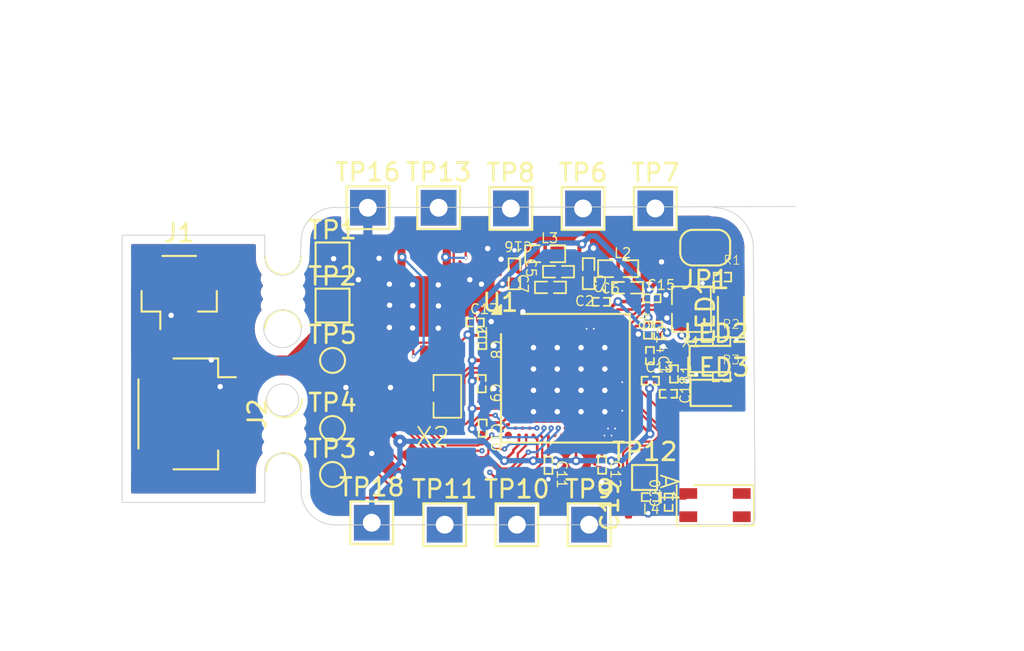
<source format=kicad_pcb>
(kicad_pcb (version 20240108) (generator "pcbnew") (generator_version "8.0")
  (layers (0 "F.Cu" signal) (1 "In1.Cu" signal) (2 "In2.Cu" signal) (31 "B.Cu" signal) (34 "B.Paste" user) (35 "F.Paste" user) (36 "B.SilkS" user "B.Silkscreen") (37 "F.SilkS" user "F.Silkscreen") (38 "B.Mask" user) (39 "F.Mask" user) (44 "Edge.Cuts" user))
  (property "ADDRESS1" "")
  (property "ADDRESS2" "")
  (property "ADDRESS3" "")
  (property "ADDRESS4" "")
  (property "APPLICATION_BUILDNUMBER" "")
  (property "APPROVEDBY" "")
  (property "AUTHOR" "=Designer")
  (property "CHECKEDBY" "")
  (property "CURRENTDATE" "")
  (property "CURRENTTIME" "")
  (property "DOCUMENTFULLPATHANDNAME" "")
  (property "DOCUMENTNAME" "")
  (property "DOCUMENTNUMBER" "")
  (property "DOCUMENTSIZE" "A4")
  (property "DRAWNBY" "=Designer")
  (property "ENGINEER" "")
  (property "IMAGEPATH" "")
  (property "MODIFIEDDATE" "")
  (property "ORGANIZATION" "Nordic Semiconductor")
  (property "PROJECTNAME" "=ProjectName")
  (property "SHEETTOTAL" "1")
  (property "TIME" "")
  (net 0 "")
  (net 12 "GND")
  (net 13 "Net-(U1-ANT)")
  (net 14 "unconnected-(U1-P1.04-PadAL19)")
  (net 16 "Net-(U1-P0.31)")
  (net 17 "Net-(U1-DECR)")
  (net 19 "unconnected-(U1-MOSI{slash}TRACEDATA2{slash}P0.09-PadAJ1)")
  (net 22 "Net-(U1-IO0{slash}P0.13)")
  (net 23 "Net-(U1-DECN)")
  (net 25 "unconnected-(U1-NFC1{slash}P0.02-PadW1)")
  (net 26 "Net-(U1-DCCD)")
  (net 28 "VDD_nRF")
  (net 30 "Net-(U1-DCC)")
  (net 35 "Net-(U1-IO1{slash}P0.14)")
  (net 40 "Net-(U1-AIN6{slash}P0.27)")
  (net 43 "Net-(U1-XL1{slash}P0.00)")
  (net 44 "Net-(U1-AIN5{slash}P0.26)")
  (net 49 "unconnected-(U1-AIN4{slash}P0.25-PadAK28)")
  (net 51 "unconnected-(U1-NFC2{slash}P0.03-PadAA1)")
  (net 54 "Net-(U1-DECD)")
  (net 56 "Net-(U1-CSN{slash}P0.18)")
  (net 57 "Net-(U1-IO3{slash}P0.16)")
  (net 58 "Net-(U1-DECA)")
  (net 61 "/SWDCLK")
  (net 62 "Net-(U1-SCK{slash}P0.17)")
  (net 63 "Net-(U1-P0.24)")
  (net 64 "Net-(U1-IO2{slash}P0.15)")
  (net 68 "/XC2")
  (net 69 "unconnected-(U1-TWI{slash}P1.02-PadAE1)")
  (net 71 "/~{RESET}")
  (net 72 "/XC1")
  (net 73 "/SWDIO")
  (net 74 "Net-(U1-XL2{slash}P0.01)")
  (net 76 "Net-(C18-Pad2)")
  (net 77 "Net-(A1-Pad1)")
  (net 78 "Net-(LED1-A)")
  (net 79 "Net-(JP1-A)")
  (net 80 "Net-(LED2-A)")
  (net 81 "Net-(LED3-A)")
  (net 82 "unconnected-(X1-GND-Pad2)")
  (net 83 "unconnected-(X1-GND-Pad4)")
  (net 84 "/P0.28{slash}AIN7")
  (net 85 "/P0.29")
  (net 86 "/P0.30")
  (footprint "Nordic_Semiconductor:CAPC0603X03L_C" (layer "F.Cu") (at 90.85 50.6 -90)
    (property "Reference" "C1")
    (property "Value" "0.7pF" (hide yes))
  )
  (footprint "TestPoint:TestPoint_THTPad_2.0x2.0mm_Drill1.0mm" (layer "F.Cu") (at 91.15 42.55)
    (property "Reference" "TP7")
    (property "Value" "TestPoint_Alt")
  )
  (footprint "Nordic_Semiconductor:INDC0603X03L_C" (layer "F.Cu") (at 93.375 51.8 90)
    (property "Reference" "L1")
    (property "Value" "2.2nH")
  )
  (footprint "TestPoint:TestPoint_Pad_1.5x1.5mm" (layer "F.Cu") (at 73.05 45.41)
    (property "Reference" "TP1")
    (property "Value" "TestPoint_Alt")
  )
  (footprint "Nordic_Semiconductor:CAPC0603X03L_C" (layer "F.Cu") (at 81.42 52.16999 -90)
    (property "Reference" "C9")
    (property "Value" "100nF" (hide yes))
  )
  (footprint "Connector_JST:JST_SH_SM04B-SRSS-TB_1x04-1MP_P1.00mm_Horizontal" (layer "F.Cu") (at 64.85 54.08 -90)
    (property "Reference" "J2")
    (property "Value" "Conn_01x04")
  )
  (footprint "Nordic_Semiconductor:INDC0603X03L_C" (layer "F.Cu") (at 90.91999 59.925)
    (property "Reference" "L4")
    (property "Value" "3.3nH")
  )
  (footprint "Nordic_Semiconductor:XTAL_2012" (layer "F.Cu") (at 78.665 55.845)
    (property "Reference" "X2")
    (property "Value" "32.768kHz")
  )
  (footprint "Nordic_Semiconductor:CAPC0603X03L_C" (layer "F.Cu") (at 80.8375 48.95)
    (property "Reference" "C17")
    (property "Value" "100nF" (hide yes))
  )
  (footprint "TestPoint:TestPoint_Pad_D1.0mm" (layer "F.Cu") (at 73.05 51.08)
    (property "Reference" "TP5")
    (property "Value" "TestPoint")
  )
  (footprint "TestPoint:TestPoint_THTPad_2.0x2.0mm_Drill1.0mm" (layer "F.Cu") (at 83.05 42.55)
    (property "Reference" "TP8")
    (property "Value" "TestPoint_Alt")
  )
  (footprint "Nordic_Semiconductor:RESC0603X03L_C" (layer "F.Cu") (at 94.80501 50.15)
    (property "Reference" "R2")
    (property "Value" "220R")
  )
  (footprint "Nordic_Semiconductor:CAPC0603X03L_C" (layer "F.Cu") (at 91.9 59.25 90)
    (property "Reference" "C20")
    (property "Value" "0.5pF" (hide yes))
  )
  (footprint "Nordic_Semiconductor:RESC0603X03L_C" (layer "F.Cu") (at 94.85501 46.55)
    (property "Reference" "R1")
    (property "Value" "220R")
  )
  (footprint "Nordic_Semiconductor:CAPC1005X04L" (layer "F.Cu") (at 87.185 48.25)
    (property "Reference" "C2")
    (property "Value" "1.0µF")
  )
  (footprint "LED_SMD:LED_0603_1608Metric" (layer "F.Cu") (at 95.4 48.3125 90)
    (property "Reference" "LED1")
    (property "Value" "L0603G")
  )
  (footprint "Nordic_Semiconductor:SON127P600X80_HS-9N" (layer "F.Cu") (at 81.9275 49.674995 90)
    (property "Reference" "U2")
    (property "Value" "MX25R6435F")
  )
  (footprint "TestPoint:TestPoint_Pad_D1.0mm" (layer "F.Cu") (at 73.05 57.48)
    (property "Reference" "TP3")
    (property "Value" "TestPoint")
  )
  (footprint "Connector_JST:JST_SH_BM02B-SRSS-TB_1x02-1MP_P1.00mm_Vertical" (layer "F.Cu") (at 64.45 47.225)
    (property "Reference" "J1")
    (property "Value" "Conn_01x02")
  )
  (footprint "LED_SMD:LED_0603_1608Metric" (layer "F.Cu") (at 94.5625 51)
    (property "Reference" "LED2")
    (property "Value" "L0603G")
  )
  (footprint "Nordic_Semiconductor:CAPC0603X03L_C" (layer "F.Cu") (at 90.66 52.22)
    (property "Reference" "C13")
    (property "Value" "100nF" (hide yes))
  )
  (footprint "Mouse_Bite:mouse-bite-2mm-slot" (layer "F.Cu") (at 70.33 55.27 90)
    (property "Reference" "mouse-bite-2mm-slot" (hide yes))
    (property "Value" "VAL**" (hide yes))
  )
  (footprint "Nordic_Semiconductor:CAPC0603X03L_C" (layer "F.Cu") (at 87.91 47.79)
    (property "Reference" "C6")
    (property "Value" "100nF" (hide yes))
  )
  (footprint "Nordic_Semiconductor:CAPC0603X03L_C" (layer "F.Cu") (at 88.17 56.74 -90)
    (property "Reference" "C12")
    (property "Value" "100nF" (hide yes))
  )
  (footprint "TestPoint:TestPoint_THTPad_2.0x2.0mm_Drill1.0mm" (layer "F.Cu") (at 75.03 42.51)
    (property "Reference" "TP16")
    (property "Value" "TestPoint_Alt")
  )
  (footprint "Nordic_Semiconductor:CAPC1005X04L" (layer "F.Cu") (at 83.475 44.17375 180)
    (property "Reference" "C16")
    (property "Value" "1.0µF")
  )
  (footprint "Nordic_Semiconductor:INDC1608X06L" (layer "F.Cu") (at 89.32 47.03)
    (property "Reference" "L2")
    (property "Value" "10µH")
  )
  (footprint "Capacitor_SMD:C_0201_0603Metric_Pad0.64x0.40mm_HandSolder" (layer "F.Cu") (at 89.65 59.2325 90)
    (property "Reference" "C19")
    (property "Value" "N.C.")
  )
  (footprint "Nordic_Semiconductor:CAPC0603X03L_C" (layer "F.Cu") (at 91.31 49.61001 90)
    (property "Reference" "C4")
    (property "Value" "2.2nF" (hide yes))
  )
  (footprint "Jumper:SolderJumper-2_P1.3mm_Bridged_RoundedPad1.0x1.5mm_1" (layer "F.Cu") (at 93.95 44.75 180)
    (property "Reference" "JP1")
    (property "Value" "SolderJumper_2_Bridged")
  )
  (footprint "TestPoint:TestPoint_Pad_D1.0mm" (layer "F.Cu") (at 73.05 54.9)
    (property "Reference" "TP4")
    (property "Value" "TestPoint")
  )
  (footprint "Nordic_Semiconductor:INDC1608X06L" (layer "F.Cu") (at 85.225 46.19)
    (property "Reference" "L3")
    (property "Value" "10µH")
  )
  (footprint "Mouse_Bite:mouse-bite-2mm-slot" (layer "F.Cu") (at 70.27 47.26 90)
    (property "Reference" "mouse-bite-2mm-slot" (hide yes))
    (property "Value" "VAL**" (hide yes))
  )
  (footprint "TestPoint:TestPoint_Pad_1.5x1.5mm" (layer "F.Cu") (at 73.05 48)
    (property "Reference" "TP2")
    (property "Value" "TestPoint_Alt")
  )
  (footprint "Nordic_Semiconductor:RESC0603X03L_C" (layer "F.Cu") (at 94.80501 52.15)
    (property "Reference" "R3")
    (property "Value" "220R")
  )
  (footprint "Nordic_Semiconductor:CAPC0603X03L_C" (layer "F.Cu") (at 90.75 47.59)
    (property "Reference" "C15")
    (property "Value" "100nF" (hide yes))
  )
  (footprint "Nordic_Semiconductor:CAPC1005X04L" (layer "F.Cu") (at 87.55 46.775 -90)
    (property "Reference" "C3")
    (property "Value" "1.0µF")
  )
  (footprint "Nordic_Semiconductor:CAPC0603X03L_C_NC" (layer "F.Cu") (at 93.325 52.725 90)
    (property "Reference" "C18")
    (property "Value" "N.C.")
  )
  (footprint "TestPoint:TestPoint_THTPad_2.0x2.0mm_Drill1.0mm" (layer "F.Cu") (at 79.34 60.3)
    (property "Reference" "TP11")
    (property "Value" "TestPoint_Alt")
  )
  (footprint "TestPoint:TestPoint_THTPad_2.0x2.0mm_Drill1.0mm" (layer "F.Cu") (at 87.1 42.55)
    (property "Reference" "TP6")
    (property "Value" "TestPoint_Alt")
  )
  (footprint "LED_SMD:LED_0603_1608Metric" (layer "F.Cu") (at 94.6125 52.9)
    (property "Reference" "LED3")
    (property "Value" "L0603G")
  )
  (footprint "Nordic_Semiconductor:CAPC1005X04L" (layer "F.Cu") (at 83.23 46.755 -90)
    (property "Reference" "C7")
    (property "Value" "1.0µF")
  )
  (footprint "Nordic_Semiconductor:CAPC0603X03L_C" (layer "F.Cu") (at 81.45 49.74 -90)
    (property "Reference" "C8")
    (property "Value" "100nF" (hide yes))
  )
  (footprint "TestPoint:TestPoint_THTPad_2.0x2.0mm_Drill1.0mm" (layer "F.Cu") (at 75.25 60.19)
    (property "Reference" "TP18")
    (property "Value" "TestPoint_Alt")
  )
  (footprint "TestPoint:TestPoint_Pad_1.0x1.0mm" (layer "F.Cu") (at 90.55 57.65)
    (property "Reference" "TP12")
    (property "Value" "TestPoint")
  )
  (footprint "TestPoint:TestPoint_THTPad_2.0x2.0mm_Drill1.0mm" (layer "F.Cu") (at 83.39 60.3)
    (property "Reference" "TP10")
    (property "Value" "TestPoint_Alt")
  )
  (footprint "TestPoint:TestPoint_THTPad_2.0x2.0mm_Drill1.0mm" (layer "F.Cu") (at 87.44 60.3)
    (property "Reference" "TP9")
    (property "Value" "TestPoint_Alt")
  )
  (footprint "Nordic_Semiconductor:CAPC0603X03L_C" (layer "F.Cu") (at 81.47 54.67 -90)
    (property "Reference" "C10")
    (property "Value" "100nF" (hide yes))
  )
  (footprint "Nordic_Semiconductor:CAPC1005X04L" (layer "F.Cu") (at 83.68 45.875 -90)
    (property "Reference" "C5")
    (property "Value" "1.0µF")
  )
  (footprint "Package_DFN_QFN:Nordic_AQFN-94-1EP_7x7mm_P0.4mm" (layer "F.Cu") (at 86.11 52.08)
    (property "Reference" "U1")
    (property "Value" "nRF5340-QKxx")
  )
  (footprint "Nordic_Semiconductor:CAPC0603X03L_C" (layer "F.Cu") (at 85.16 56.74999 -90)
    (property "Reference" "C11")
    (property "Value" "100nF" (hide yes))
  )
  (footprint "Nordic_Semiconductor:2450AT18D0100_STD-R" (layer "F.Cu") (at 91.42492 58.34992 -90)
    (property "Reference" "A1")
    (property "Value" "2450AT18D0100")
  )
  (footprint "Nordic_Semiconductor:CAPC0603X03L_C" (layer "F.Cu") (at 90.74 49.16 -90)
    (property "Reference" "C14")
    (property "Value" "100nF" (hide yes))
  )
  (footprint "Nordic_Semiconductor:BT-XTAL_2016" (layer "F.Cu") (at 93.16 50.555)
    (property "Reference" "X1")
    (property "Value" "32MHz")
  )
  (footprint "TestPoint:TestPoint_THTPad_2.0x2.0mm_Drill1.0mm" (layer "F.Cu") (at 79 42.51)
    (property "Reference" "TP13")
    (property "Value" "TestPoint_Alt")
  )
  (gr_arc (start 92.205448 55.80638) (mid 91.65 57.050001) (end 90.405593 57.603684) (stroke (width 0.3)) (layer "F.Cu") (net 76))
  (gr_arc (start 69.25 57.3) (mid 70.25 56.3) (end 71.25 57.3) (stroke (width 0.05)) (layer "Edge.Cuts"))
  (gr_arc (start 73.2 60.310497) (mid 71.780124 59.67826) (end 71.3 58.2) (stroke (width 0.05)) (layer "Edge.Cuts"))
  (gr_arc (start 71.25 45.3) (mid 70.25 46.3) (end 69.25 45.3) (stroke (width 0.05)) (layer "Edge.Cuts"))
  (gr_line (start 96.75 60) (end 96.65 44.75) (stroke (width 0.05)) (layer "Edge.Cuts"))
  (gr_line (start 69.25 59.05) (end 69.25 57.3) (stroke (width 0.05)) (layer "Edge.Cuts"))
  (gr_line (start 71.25 45.3) (end 71.289503 44.4) (stroke (width 0.05)) (layer "Edge.Cuts"))
  (gr_line (start 73.2 60.310497) (end 96.45 60.3) (stroke (width 0.05)) (layer "Edge.Cuts"))
  (gr_line (start 61.25 59.05) (end 69.25 59.05) (stroke (width 0.05)) (layer "Edge.Cuts"))
  (gr_arc (start 71.289503 44.4) (mid 71.92174 42.980124) (end 73.4 42.5) (stroke (width 0.05)) (layer "Edge.Cuts"))
  (gr_line (start 69.25 45.3) (end 69.25 44.05) (stroke (width 0.05)) (layer "Edge.Cuts"))
  (gr_line (start 69.25 44.05) (end 61.25 44.05) (stroke (width 0.05)) (layer "Edge.Cuts"))
  (gr_arc (start 94.4 42.5) (mid 95.990987 43.159013) (end 96.65 44.75) (stroke (width 0.05)) (layer "Edge.Cuts"))
  (gr_line (start 99.00901 42.44099) (end 73.4 42.5) (stroke (width 0.05)) (layer "Edge.Cuts"))
  (gr_circle (center 70.25 49.3) (end 71 48.55) (stroke (width 0.05)) (fill none) (layer "Edge.Cuts"))
  (gr_line (start 61.25 44.05) (end 61.25 59.05) (stroke (width 0.05)) (layer "Edge.Cuts"))
  (gr_arc (start 96.75 60) (mid 96.662132 60.212132) (end 96.45 60.3) (stroke (width 0.05)) (layer "Edge.Cuts"))
  (gr_line (start 71.3 58.2) (end 71.25 57.3) (stroke (width 0.05)) (layer "Edge.Cuts"))
  (gr_circle (center 70.25 53.3) (end 71 52.8) (stroke (width 0.05)) (fill none) (layer "Edge.Cuts"))
  (segment (start 88.45573 47) (end 88.430747 47.024983) (width 0.2) (layer "F.Cu") (net 12))
  (segment (start 84.60572 46.1) (end 84.580737 46.124983) (width 0.2) (layer "F.Cu") (net 12))
  (segment (start 90.75 59.65) (end 91.08001 59.31999) (width 0.125) (layer "F.Cu") (net 12))
  (segment (start 82.09499 52.659963) (end 81.405747 52.659963) (width 0.254) (layer "F.Cu") (net 12))
  (segment (start 82.1 52.664973) (end 82.09499 52.659963) (width 0.254) (layer "F.Cu") (net 12))
  (segment (start 83.305747 50.474983) (end 84.005747 50.474983) (width 0.187) (layer "F.Cu") (net 12))
  (segment (start 84.580737 46.744973) (end 84.805747 46.969973) (width 0.254) (layer "F.Cu") (net 12))
  (segment (start 91.769947 47.585783) (end 91.769947 47.502983) (width 0.225) (layer "F.Cu") (net 12))
  (segment (start 87.380747 45.724983) (end 87.380747 45.07599) (width 0.225) (layer "F.Cu") (net 12))
  (segment (start 89.920747 50.674983) (end 90.105747 50.489993) (width 0.225) (layer "F.Cu") (net 12))
  (segment (start 87.705747 50.674983) (end 89.920747 50.674983) (width 0.225) (layer "F.Cu") (net 12))
  (segment (start 91.755737 47.599983) (end 91.769947 47.585783) (width 0.225) (layer "F.Cu") (net 12))
  (segment (start 88.105737 50.674983) (end 88.105737 49.274983) (width 0.225) (layer "F.Cu") (net 12))
  (segment (start 82.1 52.644236) (end 82.005747 52.549983) (width 0.254) (layer "F.Cu") (net 12))
  (segment (start 89.1 47) (end 88.45573 47) (width 0.2) (layer "F.Cu") (net 12))
  (segment (start 85.174737 49.000993) (end 85.174737 47.674983) (width 0.187) (layer "F.Cu") (net 12))
  (segment (start 91.380747 48.674983) (end 91.775 48.674983) (width 0.225) (layer "F.Cu") (net 12))
  (segment (start 91.775 48.674983) (end 91.8 48.699983) (width 0.125) (layer "F.Cu") (net 12))
  (segment (start 85.174747 49.004983) (end 85.305737 49.274983) (width 0.187) (layer "F.Cu") (net 12))
  (segment (start 91.240737 47.599983) (end 91.755737 47.599983) (width 0.25) (layer "F.Cu") (net 12))
  (segment (start 85.305737 50.674983) (end 85.305737 49.274983) (width 0.225) (layer "F.Cu") (net 12))
  (segment (start 82.905737 50.274983) (end 83.305747 50.474983) (width 0.187) (layer "F.Cu") (net 12))
  (segment (start 89.65 59.64) (end 90.74 59.64) (width 0.125) (layer "F.Cu") (net 12))
  (segment (start 91.16 52.22) (end 91.16 51.71749) (width 0.125) (layer "F.Cu") (net 12))
  (segment (start 84.905747 50.674983) (end 86.305747 52.074983) (width 0.225) (layer "F.Cu") (net 12))
  (segment (start 82.5 45.4) (end 82.625 45.475) (width 0.2) (layer "F.Cu") (net 12))
  (segment (start 88.155697 57.749963) (end 88.155697 57.234983) (width 0.254) (layer "F.Cu") (net 12))
  (segment (start 87.980737 48.349983) (end 87.980737 48.347573) (width 0.2) (layer "F.Cu") (net 12))
  (segment (start 81.95 48.9) (end 81.3875 48.9) (width 0.125) (layer "F.Cu") (net 12))
  (segment (start 83.25 45.72375) (end 82.87375 45.72375) (width 0.2) (layer "F.Cu") (net 12))
  (segment (start 91.592147 50.296983) (end 91.566747 50.271583) (width 0.2) (layer "F.Cu") (net 12))
  (segment (start 82.87375 45.72375) (end 82.5 45.4) (width 0.2) (layer "F.Cu") (net 12))
  (segment (start 84.805747 47.049983) (end 85.230747 47.474983) (width 0.25) (layer "F.Cu") (net 12))
  (segment (start 81.4 46.8) (end 81.4 48.35) (width 0.2) (layer "F.Cu") (net 12))
  (segment (start 91.305757 48.749983) (end 91.380747 48.674983) (width 0.225) (layer "F.Cu") (net 12))
  (segment (start 84.580737 46.744973) (end 84.580737 46.124983) (width 0.254) (layer "F.Cu") (net 12))
  (segment (start 87.905747 48.874983) (end 88.105747 49.274983) (width 0.165) (layer "F.Cu") (net 12))
  (segment (start 88.405747 47.774983) (end 88.405747 47.024983) (width 0.25) (layer "F.Cu") (net 12))
  (segment (start 88.155697 57.749963) (end 88.155717 57.749983) (width 0.254) (layer "F.Cu") (net 12))
  (segment (start 85.23 46.1) (end 84.60572 46.1) (width 0.2) (layer "F.Cu") (net 12))
  (segment (start 87.980737 48.347573) (end 88.409747 47.918563) (width 0.2) (layer "F.Cu") (net 12))
  (segment (start 90.74 59.64) (end 90.75 59.65) (width 0.125) (layer "F.Cu") (net 12))
  (segment (start 91.6 50.3) (end 91.38999 50.51001) (width 0.2) (layer "F.Cu") (net 12))
  (segment (start 87.905737 48.874983) (end 87.905737 48.424983) (width 0.2) (layer "F.Cu") (net 12))
  (segment (start 81.4 48.35) (end 81.95 48.9) (width 0.2) (layer "F.Cu") (net 12))
  (segment (start 91.38999 50.51001) (end 90.41 50.51001) (width 0.2) (layer "F.Cu") (net 12))
  (segment (start 83.91 48.61) (end 83.65 48.35) (width 0.2) (layer "F.Cu") (net 12))
  (segment (start 87.380747 45.07599) (end 87.678525 44.778212) (width 0.225) (layer "F.Cu") (net 12))
  (segment (start 87.678525 44.852205) (end 87.455747 45.074983) (width 0.225) (layer "F.Cu") (net 12))
  (segment (start 91.305757 49.139993) (end 91.305757 48.749983) (width 0.225) (layer "F.Cu") (net 12))
  (segment (start 85.157327 57.749983) (end 85.157327 57.234983) (width 0.254) (layer "F.Cu") (net 12))
  (segment (start 90.105747 50.489993) (end 90.405737 50.489993) (width 0.225) (layer "F.Cu") (net 12))
  (segment (start 87.905737 48.424983) (end 87.980737 48.349983) (width 0.2) (layer "F.Cu") (net 12))
  (segment (start 81.3875 48.9) (end 81.3375 48.95) (width 0.125) (layer "F.Cu") (net 12))
  (segment (start 87.678525 44.778212) (end 87.678525 44.852205) (width 0.225) (layer "F.Cu") (net 12))
  (segment (start 85.230747 47.624983) (end 85.230747 47.474983) (width 0.25) (layer "F.Cu") (net 12))
  (segment (start 82.164747 50.274983) (end 82.905737 50.274983) (width 0.187) (layer "F.Cu") (net 12))
  (segment (start 82.1 52.664973) (end 82.1 52.644236) (width 0.254) (layer "F.Cu") (net 12))
  (segment (start 88.409747 47.918563) (end 88.409747 47.774983) (width 0.2) (layer "F.Cu") (net 12))
  (segment (start 90.280757 49.599983) (end 90.390757 49.709983) (width 0.225) (layer "F.Cu") (net 12))
  (segment (start 91.08001 59.31999) (end 91.9 59.31999) (width 0.125) (layer "F.Cu") (net 12))
  (segment (start 86.305747 52.074983) (end 86.600727 52.074983) (width 0.225) (layer "F.Cu") (net 12))
  (segment (start 90.390757 49.709983) (end 90.755757 49.709983) (width 0.25) (layer "F.Cu") (net 12))
  (segment (start 83.91 48.88) (end 83.91 48.61) (width 0.2) (layer "F.Cu") (net 12))
  (segment (start 91.16 51.71749) (end 91.22249 51.655) (width 0.125) (layer "F.Cu") (net 12))
  (via (at 77.55 48.01) (size 0.6) (drill 0.3) (layers "F.Cu" "B.Cu") (net 12))
  (via (at 85.65333 53.96001) (size 0.6096) (drill 0.3048) (layers "F.Cu" "B.Cu") (net 12))
  (via (at 90.75 59.65) (size 0.5) (drill 0.25) (layers "F.Cu" "B.Cu") (net 12))
  (via (at 88.32 52.76) (size 0.6096) (drill 0.3048) (layers "F.Cu" "B.Cu") (net 12))
  (via (at 87.678525 44.778212) (size 0.6) (drill 0.3) (layers "F.Cu" "B.Cu") (net 12))
  (via (at 73.8 52.6) (size 0.6) (drill 0.3) (layers "F.Cu" "B.Cu") (net 12))
  (via (at 77.54 46.83) (size 0.6) (drill 0.3) (layers "F.Cu" "B.Cu") (net 12))
  (via micro (at 73.11 45.37) (size 0.6) (drill 0.3) (layers "F.Cu" "B.Cu") (net 12))
  (via (at 91.22249 51.655) (size 0.6) (drill 0.3) (layers "F.Cu" "B.Cu") (net 12))
  (via (at 88.32 53.96001) (size 0.6096) (drill 0.3048) (layers "F.Cu" "B.Cu") (net 12))
  (via (at 88.15 57.9) (size 0.5) (drill 0.25) (layers "F.Cu" "B.Cu") (net 12))
  (via (at 80.75 46.55) (size 0.6) (drill 0.3) (layers "F.Cu" "B.Cu") (net 12))
  (via (at 91.5 45.55) (size 0.6) (drill 0.3) (layers "F.Cu" "B.Cu") (net 12))
  (via (at 83.725 48.35) (size 0.6) (drill 0.3) (layers "F.Cu" "B.Cu") (net 12))
  (via (at 78.98 46.84) (size 0.6) (drill 0.3) (layers "F.Cu" "B.Cu") (net 12))
  (via (at 91.8 48.699983) (size 0.6) (drill 0.3) (layers "F.Cu" "B.Cu") (net 12))
  (via (at 90.2 49.6) (size 0.6) (drill 0.3) (layers "F.Cu" "B.Cu") (net 12))
  (via (at 86.98666 53.96001) (size 0.6096) (drill 0.3048) (layers "F.Cu" "B.Cu") (net 12))
  (via (at 76.3 52.6) (size 0.6) (drill 0.3) (layers "F.Cu" "B.Cu") (net 12))
  (via (at 81.75 44.8) (size 0.6) (drill 0.3) (layers "F.Cu" "B.Cu") (net 12))
  (via (at 93.801947 46.740983) (size 0.5) (drill 0.25) (layers "F.Cu" "B.Cu") (net 12))
  (via (at 74.5 46.55) (size 0.6) (drill 0.3) (layers "F.Cu" "B.Cu") (net 12))
  (via (at 66.75 52.55) (size 0.6) (drill 0.3) (layers "F.Cu" "B.Cu") (net 12))
  (via (at 81.4 46.8) (size 0.6) (drill 0.3) (layers "F.Cu" "B.Cu") (net 12))
  (via (at 75.25 56.3) (size 0.6) (drill 0.3) (layers "F.Cu" "B.Cu") (net 12))
  (via (at 85.65333 51.56) (size 0.6096) (drill 0.3048) (layers "F.Cu" "B.Cu") (net 12))
  (via (at 84.31999 50.35999) (size 0.6096) (drill 0.3048) (layers "F.Cu" "B.Cu") (net 12))
  (via (at 78.99 48.02) (size 0.6) (drill 0.3) (layers "F.Cu" "B.Cu") (net 12))
  (via (at 85.65333 52.76) (size 0.6096) (drill 0.3048) (layers "F.Cu" "B.Cu") (net 12))
  (via (at 88.32 51.56) (size 0.6096) (drill 0.3048) (layers "F.Cu" "B.Cu") (net 12))
  (via (at 77.54 49.26) (size 0.6) (drill 0.3) (layers "F.Cu" "B.Cu") (net 12))
  (via (at 85.157327 57.749983) (size 0.5) (drill 0.25) (layers "F.Cu" "B.Cu") (net 12))
  (via (at 84.31999 52.76) (size 0.6096) (drill 0.3048) (layers "F.Cu" "B.Cu") (net 12))
  (via (at 76.25 47.98) (size 0.6) (drill 0.3) (layers "F.Cu" "B.Cu") (net 12))
  (via (at 85.65333 50.35999) (size 0.6096) (drill 0.3048) (layers "F.Cu" "B.Cu") (net 12))
  (via (at 82.5 45.4) (size 0.6) (drill 0.3) (layers "F.Cu" "B.Cu") (net 12))
  (via (at 84.31999 53.96001) (size 0.6096) (drill 0.3048) (layers "F.Cu" "B.Cu") (net 12))
  (via (at 76.24 49.23) (size 0.6) (drill 0.3) (layers "F.Cu" "B.Cu") (net 12))
  (via (at 81.95 48.9) (size 0.6) (drill 0.3) (layers "F.Cu" "B.Cu") (net 12))
  (via micro (at 75.66 45.35) (size 0.6) (drill 0.3) (layers "F.Cu" "B.Cu") (net 12))
  (via (at 76.24 46.8) (size 0.6) (drill 0.3) (layers "F.Cu" "B.Cu") (net 12))
  (via (at 91.75 47.4) (size 0.6) (drill 0.3) (layers "F.Cu" "B.Cu") (net 12))
  (via (at 86.98666 52.76) (size 0.6096) (drill 0.3048) (layers "F.Cu" "B.Cu") (net 12))
  (via (at 82.1 52.664973) (size 0.6) (drill 0.3) (layers "F.Cu" "B.Cu") (net 12))
  (via (at 64 48.55) (size 0.6) (drill 0.3) (layers "F.Cu" "B.Cu") (net 12))
  (via (at 84.31999 51.56) (size 0.6096) (drill 0.3048) (layers "F.Cu" "B.Cu") (net 12))
  (via (at 78.98 49.27) (size 0.6) (drill 0.3) (layers "F.Cu" "B.Cu") (net 12))
  (via (at 86.98666 50.35999) (size 0.6096) (drill 0.3048) (layers "F.Cu" "B.Cu") (net 12))
  (via (at 86.98666 51.56) (size 0.6096) (drill 0.3048) (layers "F.Cu" "B.Cu") (net 12))
  (via (at 83.255747 44.899983) (size 0.5) (drill 0.25) (layers "F.Cu" "B.Cu") (net 12))
  (via (at 91.6 50.3) (size 0.6) (drill 0.3) (layers "F.Cu" "B.Cu") (net 12))
  (via (at 88.32 50.35999) (size 0.6096) (drill 0.3048) (layers "F.Cu" "B.Cu") (net 12))
  (via (at 82.1 50.25) (size 0.6) (drill 0.3) (layers "F.Cu" "B.Cu") (net 12))
  (via (at 66.25 51.05) (size 0.6) (drill 0.3) (layers "F.Cu" "B.Cu") (net 12))
  (via (at 76.75 57.55) (size 0.6) (drill 0.3) (layers "F.Cu" "B.Cu") (net 12))
  (segment (start 91.8 48.699983) (end 91.8 48.3) (width 0.125) (layer "B.Cu") (net 12))
  (segment (start 90.85 51.1) (end 91.85 51.1) (width 0.3) (layer "F.Cu") (net 13))
  (segment (start 91.85 51.1) (end 92.25 51.5) (width 0.3) (layer "F.Cu") (net 13))
  (segment (start 89.305747 51.074993) (end 90.945667 51.074993) (width 0.225) (layer "F.Cu") (net 13))
  (segment (start 86.722677 55.316933) (end 86.906477 55.500723) (width 0.125) (layer "F.Cu") (net 14))
  (segment (start 86.906477 55.500723) (end 86.906477 55.499983) (width 0.125) (layer "F.Cu") (net 14))
  (segment (start 86.705737 55.316933) (end 86.722677 55.316933) (width 0.125) (layer "F.Cu") (net 14))
  (segment (start 86.705737 55.316933) (end 86.705737 55.274983) (width 0.15) (layer "F.Cu") (net 14))
  (segment (start 86.705747 55.299253) (end 86.906477 55.499983) (width 0.125) (layer "F.Cu") (net 14))
  (via micro (at 87.3 49.3) (size 0.3) (drill 0.1) (layers "F.Cu" "In1.Cu") (net 16))
  (segment (start 90.080747 47.424983) (end 90.080747 47.024983) (width 0.2) (layer "F.Cu") (net 17))
  (segment (start 90.118257 47.012483) (end 90.130757 47.024983) (width 0.25) (layer "F.Cu") (net 17))
  (segment (start 91.005757 50.074983) (end 91.56574 49.515) (width 0.2) (layer "F.Cu") (net 17))
  (segment (start 89.755757 46.024963) (end 89.755757 45.999963) (width 0.25) (layer "F.Cu") (net 17))
  (segment (start 89.012947 47.774983) (end 89.730747 47.774983) (width 0.2) (layer "F.Cu") (net 17))
  (segment (start 89.755757 46.024963) (end 90.005757 46.274963) (width 0.25) (layer "F.Cu") (net 17))
  (segment (start 89.805747 50.074983) (end 90.980757 50.074983) (width 0.2) (layer "F.Cu") (net 17))
  (segment (start 89.305747 50.274983) (end 89.605747 50.274983) (width 0.2) (layer "F.Cu") (net 17))
  (segment (start 90.005757 46.899983) (end 90.005757 46.274963) (width 0.25) (layer "F.Cu") (net 17))
  (segment (start 91.56574 49.515) (end 91.81502 49.515) (width 0.2) (layer "F.Cu") (net 17))
  (segment (start 90.005757 46.899983) (end 90.118257 47.012483) (width 0.25) (layer "F.Cu") (net 17))
  (segment (start 89.730747 47.774983) (end 90.080747 47.424983) (width 0.2) (layer "F.Cu") (net 17))
  (segment (start 89.605747 50.274983) (end 89.805747 50.074983) (width 0.2) (layer "F.Cu") (net 17))
  (segment (start 88.305737 48.482193) (end 89.012947 47.774983) (width 0.2) (layer "F.Cu") (net 17))
  (segment (start 90.105757 47.024983) (end 90.118257 47.012483) (width 0.2) (layer "F.Cu") (net 17))
  (segment (start 88.305737 48.874983) (end 88.305737 48.482193) (width 0.2) (layer "F.Cu") (net 17))
  (via (at 91.81502 49.515) (size 0.5) (drill 0.25) (layers "F.Cu" "B.Cu") (net 17))
  (via (at 89.055747 47.774983) (size 0.5) (drill 0.25) (layers "F.Cu" "B.Cu") (net 17))
  (segment (start 90.35088 49.10088) (end 90.47913 49.10088) (width 0.2) (layer "B.Cu") (net 17))
  (segment (start 91.44002 49.14) (end 91.81502 49.515) (width 0.2) (layer "B.Cu") (net 17))
  (segment (start 89.01501 47.765) (end 90.35088 49.10088) (width 0.2) (layer "B.Cu") (net 17))
  (segment (start 90.47913 49.10088) (end 90.51826 49.14) (width 0.2) (layer "B.Cu") (net 17))
  (segment (start 90.51826 49.14) (end 91.44002 49.14) (width 0.2) (layer "B.Cu") (net 17))
  (segment (start 82.823937 54.674983) (end 82.905737 54.674983) (width 0.125) (layer "F.Cu") (net 19))
  (segment (start 82.505737 54.993183) (end 82.823937 54.674983) (width 0.125) (layer "F.Cu") (net 19))
  (segment (start 83.029302 57.1475) (end 82.508781 57.1475) (width 0.125) (layer "F.Cu") (net 22))
  (segment (start 83.436802 56.74) (end 83.029302 57.1475) (width 0.125) (layer "F.Cu") (net 22))
  (segment (start 75.6475 53.149302) (end 75.6475 50.819995) (width 0.125) (layer "F.Cu") (net 22))
  (segment (start 83.91 55.28) (end 83.91 55.837347) (width 0.125) (layer "F.Cu") (net 22))
  (segment (start 82.101281 56.74) (end 79.238198 56.74) (width 0.125) (layer "F.Cu") (net 22))
  (segment (start 83.91 55.837347) (end 83.436802 56.310545) (width 0.125) (layer "F.Cu") (net 22))
  (segment (start 79.238198 56.74) (end 75.6475 53.149302) (width 0.125) (layer "F.Cu") (net 22))
  (segment (start 82.508781 57.1475) (end 82.101281 56.74) (width 0.125) (layer "F.Cu") (net 22))
  (segment (start 83.436802 56.310545) (end 83.436802 56.74) (width 0.125) (layer "F.Cu") (net 22))
  (segment (start 87.505747 48.874983) (end 87.505747 48.362953) (width 0.2) (layer "F.Cu") (net 23))
  (segment (start 87.839757 48.028943) (end 87.839757 47.774983) (width 0.2) (layer "F.Cu") (net 23))
  (segment (start 87.505747 48.362953) (end 87.839757 48.028943) (width 0.2) (layer "F.Cu") (net 23))
  (segment (start 82.843067 52.674983) (end 82.905737 52.674983) (width 0.165) (layer "F.Cu") (net 25))
  (segment (start 83.955747 45.499983) (end 84.405747 45.049983) (width 0.187) (layer "F.Cu") (net 26))
  (segment (start 83.955747 47.025933) (end 83.955747 45.499983) (width 0.187) (layer "F.Cu") (net 26))
  (segment (start 84.862737 49.231983) (end 84.862737 47.932933) (width 0.187) (layer "F.Cu") (net 26))
  (segment (start 83.955747 47.025933) (end 84.862737 47.932933) (width 0.187) (layer "F.Cu") (net 26))
  (segment (start 84.862737 49.231983) (end 84.905737 49.274983) (width 0.187) (layer "F.Cu") (net 26))
  (segment (start 86.893237 46.237483) (end 87.380747 46.724983) (width 0.225) (layer "F.Cu") (net 28))
  (segment (start 89.383047 51.474983) (end 90.108027 52.199973) (width 0.15) (layer "F.Cu") (net 28))
  (segment (start 80.674983 49.674983) (end 82.055737 49.674983) (width 0.15) (layer "F.Cu") (net 28))
  (segment (start 82.562707 54.564983) (end 82.852707 54.274983) (width 0.15) (layer "F.Cu") (net 28))
  (segment (start 84.53 56.4907) (end 84.53 55.499236) (width 0.15) (layer "F.Cu") (net 28))
  (segment (start 90.072687 49.149983) (end 90.745767 49.149983) (width 0.15) (layer "F.Cu") (net 28))
  (segment (start 80.880737 49.724983) (end 80.794501 49.638747) (width 0.15) (layer "F.Cu") (net 28))
  (segment (start 84.305747 56.714953) (end 84.53 56.4907) (width 0.15) (layer "F.Cu") (net 28))
  (segment (start 89.855237 48.224983) (end 90.480227 47.599983) (width 0.15) (layer "F.Cu") (net 28))
  (segment (start 80.76751 49.509985) (end 79.4575 50.819995) (width 0.125) (layer "F.Cu") (net 28))
  (segment (start 84.505737 49.274983) (end 84.548747 49.231983) (width 0.187) (layer "F.Cu") (net 28))
  (segment (start 82.863797 52.274983) (end 82.905737 52.274983) (width 0.15) (layer "F.Cu") (net 28))
  (segment (start 89.347687 49.874983) (end 90.072687 49.149983) (width 0.15) (layer "F.Cu") (net 28))
  (segment (start 88.505747 49.274983) (end 88.505747 49.199983) (width 0.15) (layer "F.Cu") (net 28))
  (segment (start 81.230747 54.564993) (end 81.405747 54.564993) (width 0.15) (layer "F.Cu") (net 28))
  (segment (start 90.620757 52.439993) (end 90.830747 52.649983) (width 0.15) (layer "F.Cu") (net 28))
  (segment (start 82.563807 53.774973) (end 82.863797 53.474983) (width 0.15) (layer "F.Cu") (net 28))
  (segment (start 82.055737 49.674983) (end 82.255737 49.874983) (width 0.15) (layer "F.Cu") (net 28))
  (segment (start 86.305747 55.316933) (end 86.705717 55.716903) (width 0.15) (layer "F.Cu") (net 28))
  (segment (start 87.905737 55.421223) (end 87.905737 55.274993) (width 0.15) (layer "F.Cu") (net 28))
  (segment (start 80.880737 51.074983) (end 80.880747 51.074983) (width 0.2) (layer "F.Cu") (net 28))
  (segment (start 88.505747 49.199983) (end 88.643237 49.062483) (width 0.15) (layer "F.Cu") (net 28))
  (segment (start 81.405747 52.089973) (end 82.678797 52.089973) (width 0.15) (layer "F.Cu") (net 28))
  (segment (start 81.030757 52.089973) (end 81.405747 52.089973) (width 0.15) (layer "F.Cu") (net 28))
  (segment (start 86.705737 48.874983) (end 86.705737 47.780013) (width 0.225) (layer "F.Cu") (net 28))
  (segment (start 80.794501 49.638747) (end 80.638747 49.638747) (width 0.15) (layer "F.Cu") (net 28))
  (segment (start 80.880747 51.074983) (end 82.905737 51.074983) (width 0.2) (layer "F.Cu") (net 28))
  (segment (start 86.705737 47.780013) (end 87.305737 47.180013) (width 0.225) (layer "F.Cu") (net 28))
  (segment (start 90.780747 47.489993) (end 90.780747 47.099983) (width 0.15) (layer "F.Cu") (net 28))
  (segment (start 87.305737 47.180013) (end 87.305737 46.724983) (width 0.225) (layer "F.Cu") (net 28))
  (segment (start 88.155697 56.664993) (end 88.155697 55.671173) (width 0.15) (layer "F.Cu") (net 28))
  (segment (start 85.157327 56.664993) (end 85.157327 55.588773) (width 0.15) (layer "F.Cu") (net 28))
  (segment (start 68.49 50.98) (end 66.06 48.55) (width 0.35) (layer "F.Cu") (net 28))
  (segment (start 76.83 55.62) (end 74.54 53.33) (width 0.3) (layer "F.Cu") (net 28))
  (segment (start 66.06 48.55) (end 64.95 48.55) (width 0.35) (layer "F.Cu") (net 28))
  (segment (start 82.055737 49.674983) (end 82.255737 49.474983) (width 0.15) (layer "F.Cu") (net 28))
  (segment (start 93.15573 44.75) (end 93.75 44.75) (width 0.25) (layer "F.Cu") (net 28))
  (segment (start 83.19 56.21) (end 83.19 56.11) (width 0.15) (layer "F.Cu") (net 28))
  (segment (start 90.745767 49.149983) (end 90.755757 49.139993) (width 0.15) (layer "F.Cu") (net 28))
  (segment (start 82.678797 52.089973) (end 82.863797 52.274983) (width 0.15) (layer "F.Cu") (net 28))
  (segment (start 86.893237 44.700013) (end 87.043277 44.549983) (width 0.225) (layer "F.Cu") (net 28))
  (segment (start 83.355737 46.867163) (end 83.355737 46.694963) (width 0.187) (layer "F.Cu") (net 28))
  (segment (start 90.620757 52.439993) (end 90.620757 52.199973) (width 0.15) (layer "F.Cu") (net 28))
  (segment (start 88.643237 49.062483) (end 88.643237 48.618243) (width 0.15) (layer "F.Cu") (net 28))
  (segment (start 73.105 47.035) (end 73.105 48.425) (width 0.3) (layer "F.Cu") (net 28))
  (segment (start 83.19 56.11) (end 83.505747 55.794253) (width 0.15) (layer "F.Cu") (net 28))
  (segment (start 73.13 48.45) (end 70.6 50.98) (width 0.35) (layer "F.Cu") (net 28))
  (segment (start 83.355737 46.867163) (end 84.548747 48.060163) (width 0.187) (layer "F.Cu") (net 28))
  (segment (start 90.480227 47.599983) (end 90.670747 47.599983) (width 0.15) (layer "F.Cu") (net 28))
  (segment (start 82.255737 49.474983) (end 82.905737 49.474983) (width 0.15) (layer "F.Cu") (net 28))
  (segment (start 74.54 53.33) (end 74.54 48.45) (width 0.35) (layer "F.Cu") (net 28))
  (segment (start 85.157327 56.714953) (end 85.505727 56.714953) (width 0.15) (layer "F.Cu") (net 28))
  (segment (start 82.863797 53.474983) (end 82.905737 53.474983) (width 0.15) (layer "F.Cu") (net 28))
  (segment (start 74.54 48.45) (end 73.13 48.45) (width 0.35) (layer "F.Cu") (net 28))
  (segment (start 80.76751 48.95) (end 80.76751 49.509985) (width 0.125) (layer "F.Cu") (net 28))
  (segment (start 90.755757 49.139993) (end 90.755757 48.674993) (width 0.2032) (layer "F.Cu") (net 28))
  (segment (start 82.580727 46.774983) (end 83.205727 46.774983) (width 0.3) (layer "F.Cu") (net 28))
  (segment (start 85.105747 55.274983) (end 85.155747 55.324983) (width 0.15) (layer "F.Cu") (net 28))
  (segment (start 80.880737 54.915003) (end 81.230747 54.564993) (width 0.15) (layer "F.Cu") (net 28))
  (segment (start 84.53 55.499236) (end 84.305747 55.274983) (width 0.15) (layer "F.Cu") (net 28))
  (segment (start 90.108027 52.199973) (end 90.620757 52.199973) (width 0.15) (layer "F.Cu") (net 28))
  (segment (start 86.893237 46.237483) (end 86.893237 44.700013) (width 0.225) (layer "F.Cu") (net 28))
  (segment (start 83.505747 55.794253) (end 83.505747 55.274983) (width 0.15) (layer "F.Cu") (net 28))
  (segment (start 82.255737 49.874983) (end 82.905737 49.874983) (width 0.15) (layer "F.Cu") (net 28))
  (segment (start 88.643237 48.618243) (end 89.036507 48.224983) (width 0.15) (layer "F.Cu") (net 28))
  (segment (start 87.905737 55.421223) (end 88.155697 55.671173) (width 0.15) (layer "F.Cu") (net 28))
  (segment (start 80.880737 53.774973) (end 82.563807 53.774973) (width 0.15) (layer "F.Cu") (net 28))
  (segment (start 80.638747 49.638747) (end 80.674983 49.674983) (width 0.15) (layer "F.Cu") (net 28))
  (segment (start 86.705717 56.714953) (end 86.705717 55.716903) (width 0.15) (layer "F.Cu") (net 28))
  (segment (start 82.852707 54.274983) (end 82.905737 54.274983) (width 0.15) (layer "F.Cu") (net 28))
  (segment (start 82.69 56.71) (end 83.19 56.21) (width 0.15) (layer "F.Cu") (net 28))
  (segment (start 90.670747 47.599983) (end 90.780747 47.489993) (width 0.15) (layer "F.Cu") (net 28))
  (segment (start 89.305747 49.874983) (end 89.347687 49.874983) (width 0.15) (layer "F.Cu") (net 28))
  (segment (start 90.330747 54.674983) (end 90.855757 55.200003) (width 0.15) (layer "F.Cu") (net 28))
  (segment (start 90.805747 47.099983) (end 93.15573 44.75) (width 0.25) (layer "F.Cu") (net 28))
  (segment (start 84.548747 49.231983) (end 84.548747 48.060163) (width 0.187) (layer "F.Cu") (net 28))
  (segment (start 89.305747 51.474983) (end 89.383047 51.474983) (width 0.15) (layer "F.Cu") (net 28))
  (segment (start 88.205647 56.714953) (end 88.680727 56.714953) (width 0.15) (layer "F.Cu") (net 28))
  (segment (start 85.155747 55.588773) (end 85.155747 55.324983) (width 0.15) (layer "F.Cu") (net 28))
  (segment (start 89.305747 54.674983) (end 90.330747 54.674983) (width 0.15) (layer "F.Cu") (net 28))
  (segment (start 70.6 50.98) (end 68.49 50.98) (width 0.35) (layer "F.Cu") (net 28))
  (segment (start 89.036507 48.224983) (end 89.855237 48.224983) (width 0.15) (layer "F.Cu") (net 28))
  (segment (start 73.105 48.425) (end 73.13 48.45) (width 0.125) (layer "F.Cu") (net 28))
  (segment (start 88.155697 56.664993) (end 88.205647 56.714953) (width 0.15) (layer "F.Cu") (net 28))
  (segment (start 80.880737 52.239993) (end 81.030757 52.089973) (width 0.15) (layer "F.Cu") (net 28))
  (segment (start 81.405747 54.564983) (end 82.562707 54.564983) (width 0.15) (layer "F.Cu") (net 28))
  (via (at 82.580727 46.774983) (size 0.5) (drill 0.25) (layers "F.Cu" "B.Cu") (net 28))
  (via (at 86.705717 56.714953) (size 0.5) (drill 0.25) (layers "F.Cu" "B.Cu") (net 28))
  (via (at 80.880737 53.774973) (size 0.5) (drill 0.25) (layers "F.Cu" "B.Cu") (net 28))
  (via (at 85.556127 56.714953) (size 0.5) (drill 0.25) (layers "F.Cu" "B.Cu") (net 28))
  (via (at 90.830747 52.649983) (size 0.5) (drill 0.25) (layers "F.Cu" "B.Cu") (net 28))
  (via (at 80.880737 52.239993) (size 0.5) (drill 0.25) (layers "F.Cu" "B.Cu") (net 28))
  (via (at 90.805747 47.099983) (size 0.5) (drill 0.25) (layers "F.Cu" "B.Cu") (net 28))
  (via (at 80.638747 49.638747) (size 0.5) (drill 0.25) (layers "F.Cu" "B.Cu") (net 28))
  (via (at 82.69 56.71) (size 0.5) (drill 0.25) (layers "F.Cu" "B.Cu") (net 28))
  (via (at 76.83 55.62) (size 0.75) (drill 0.25) (layers "F.Cu" "B.Cu") (net 28))
  (via (at 87.043277 44.549983) (size 0.5) (drill 0.25) (layers "F.Cu" "B.Cu") (net 28))
  (via (at 90.755747 48.674983) (size 0.5) (drill 0.25) (layers "F.Cu" "B.Cu") (net 28))
  (via (at 88.680727 56.714953) (size 0.5) (drill 0.25) (layers "F.Cu" "B.Cu") (net 28))
  (via (at 80.880737 54.915003) (size 0.5) (drill 0.25) (layers "F.Cu" "B.Cu") (net 28))
  (via (at 80.880737 51.074983) (size 0.5) (drill 0.25) (layers "F.Cu" "B.Cu") (net 28))
  (via (at 90.855757 55.200003) (size 0.5) (drill 0.25) (layers "F.Cu" "B.Cu") (net 28))
  (via (at 84.305747 56.714953) (size 0.5) (drill 0.25) (layers "F.Cu" "B.Cu") (net 28))
  (segment (start 87.043277 44.549983) (end 87.49326 44.1) (width 0.3) (layer "B.Cu") (net 28))
  (segment (start 90.81502 55.19002) (end 90.81502 52.66501) (width 0.3) (layer "B.Cu") (net 28))
  (segment (start 87.80001 44.1) (end 88.19001 44.49) (width 0.3) (layer "B.Cu") (net 28))
  (segment (start 88.63999 56.70497) (end 89.30007 56.70497) (width 0.3) (layer "B.Cu") (net 28))
  (segment (start 81.50749 55.57251) (end 82.63995 56.70497) (width 0.3) (layer "B.Cu") (net 28))
  (segment (start 80.84 54.90502) (end 81.50749 55.57251) (width 0.3) (layer "B.Cu") (net 28))
  (segment (start 83.36341 56.70497) (end 84.26501 56.70497) (width 0.3) (layer "B.Cu") (net 28))
  (segment (start 85.51539 56.70497) (end 86.66498 56.70497) (width 0.3) (layer "B.Cu") (net 28))
  (segment (start 84.26501 56.70497) (end 85.51539 56.70497) (width 0.3) (layer "B.Cu") (net 28))
  (segment (start 90.71501 48.665) (end 90.71501 47.015) (width 0.3) (layer "B.Cu") (net 28))
  (segment (start 86.983294 44.49) (end 87.043277 44.549983) (width 0.3) (layer "B.Cu") (net 28))
  (segment (start 87.49326 44.1) (end 87.80001 44.1) (width 0.3) (layer "B.Cu") (net 28))
  (segment (start 82.63995 56.70497) (end 83.36341 56.70497) (width 0.3) (layer "B.Cu") (net 28))
  (segment (start 89.30007 56.70497) (end 90.81502 55.19002) (width 0.3) (layer "B.Cu") (net 28))
  (segment (start 80.84 53.76499) (end 80.84 52.23001) (width 0.3) (layer "B.Cu") (net 28))
  (segment (start 81.46 55.62) (end 81.50749 55.57251) (width 0.125) (layer "B.Cu") (net 28))
  (segment (start 80.84 51.065) (end 80.84 49.715) (width 0.3) (layer "B.Cu") (net 28))
  (segment (start 80.84 54.90502) (end 80.84 53.76499) (width 0.3) (layer "B.Cu") (net 28))
  (segment (start 80.84 49.715) (end 80.90251 49.6525) (width 0.3) (layer "B.Cu") (net 28))
  (segment (start 90.79001 52.64) (end 90.81502 52.66501) (width 0.3) (layer "B.Cu") (net 28))
  (segment (start 84.74 44.49) (end 86.983294 44.49) (width 0.3) (layer "B.Cu") (net 28))
  (segment (start 76.83 56.815926) (end 75.247184 58.398742) (width 0.3) (layer "B.Cu") (net 28))
  (segment (start 80.84 49.58999) (end 80.84 48.39) (width 0.3) (layer "B.Cu") (net 28))
  (segment (start 86.66498 56.70497) (end 88.63999 56.70497) (width 0.3) (layer "B.Cu") (net 28))
  (segment (start 76.83 55.62) (end 81.46 55.62) (width 0.3) (layer "B.Cu") (net 28))
  (segment (start 80.84 52.23001) (end 80.84 51.065) (width 0.3) (layer "B.Cu") (net 28))
  (segment (start 76.83 55.62) (end 76.83 56.815926) (width 0.3) (layer "B.Cu") (net 28))
  (segment (start 80.84 48.39) (end 84.74 44.49) (width 0.3) (layer "B.Cu") (net 28))
  (segment (start 88.19001 44.49) (end 90.71501 47.015) (width 0.3) (layer "B.Cu") (net 28))
  (segment (start 75.247184 58.398742) (end 75.247184 59.735309) (width 0.3) (layer "B.Cu") (net 28))
  (segment (start 87.930747 47.049983) (end 87.930747 46.474973) (width 0.225) (layer "F.Cu") (net 30))
  (segment (start 87.105747 48.874983) (end 87.105747 47.874983) (width 0.225) (layer "F.Cu") (net 30))
  (segment (start 87.105747 47.874983) (end 87.930747 47.049983) (width 0.225) (layer "F.Cu") (net 30))
  (segment (start 87.930747 46.474973) (end 88.405757 45.999963) (width 0.225) (layer "F.Cu") (net 30))
  (segment (start 77.987297 54.032703) (end 77.987297 52.495203) (width 0.125) (layer "F.Cu") (net 35))
  (segment (start 79.457505 50.082495) (end 79.845 49.695) (width 0.125) (layer "F.Cu") (net 35))
  (segment (start 84.505747 54.874983) (end 84.505747 54.875747) (width 0.125) (layer "F.Cu") (net 35))
  (segment (start 77.987297 54.032703) (end 77.965 54.010406) (width 0.125) (layer "F.Cu") (net 35))
  (segment (start 82.18 54.16) (end 81.299864 54.16) (width 0.125) (layer "F.Cu") (net 35))
  (segment (start 79.07 50.082495) (end 79.457505 50.082495) (width 0.125) (layer "F.Cu") (net 35))
  (segment (start 79.07 51.4125) (end 79.07 50.082495) (width 0.125) (layer "F.Cu") (net 35))
  (segment (start 79.845 44.542505) (end 78.925 44.542505) (width 0.125) (layer "F.Cu") (net 35))
  (segment (start 80.537021 54.64) (end 78.594594 54.64) (width 0.125) (layer "F.Cu") (net 35))
  (segment (start 78.925 44.542505) (end 78.1875 45.280005) (width 0.125) (layer "F.Cu") (net 35))
  (segment (start 81.299864 54.16) (end 80.982361 54.477503) (width 0.125) (layer "F.Cu") (net 35))
  (segment (start 84.505747 54.875747) (end 84.51 54.88) (width 0.125) (layer "F.Cu") (net 35))
  (segment (start 80.699518 54.477503) (end 80.537021 54.64) (width 0.125) (layer "F.Cu") (net 35))
  (segment (start 77.987297 52.495203) (end 79.07 51.4125) (width 0.125) (layer "F.Cu") (net 35))
  (segment (start 80.982361 54.477503) (end 80.699518 54.477503) (width 0.125) (layer "F.Cu") (net 35))
  (segment (start 78.594594 54.64) (end 77.987297 54.032703) (width 0.125) (layer "F.Cu") (net 35))
  (segment (start 79.845 49.695) (end 79.845 44.542505) (width 0.125) (layer "F.Cu") (net 35))
  (via micro (at 84.51 54.87) (size 0.3) (drill 0.1) (layers "F.Cu" "B.Cu") (net 35))
  (via (at 82.18 54.16) (size 0.3) (drill 0.1) (layers "F.Cu" "B.Cu") (net 35))
  (segment (start 82.9 54.88) (end 84.51 54.88) (width 0.125) (layer "B.Cu") (net 35))
  (segment (start 82.18 54.16) (end 82.9 54.88) (width 0.125) (layer "B.Cu") (net 35))
  (via micro (at 88.9 54.9) (size 0.3) (drill 0.1) (layers "F.Cu" "In1.Cu") (net 40))
  (segment (start 79.792532 52.37) (end 79.49 52.37) (width 0.125) (layer "F.Cu") (net 43))
  (segment (start 80.650049 51.512483) (end 79.792532 52.37) (width 0.125) (layer "F.Cu") (net 43))
  (segment (start 82.843967 51.512483) (end 80.650049 51.512483) (width 0.125) (layer "F.Cu") (net 43))
  (segment (start 82.905737 51.474983) (end 82.881477 51.474983) (width 0.125) (layer "F.Cu") (net 43))
  (segment (start 82.881477 51.474983) (end 82.843967 51.512483) (width 0.125) (layer "F.Cu") (net 43))
  (via micro (at 88.7 55.3) (size 0.3) (drill 0.1) (layers "F.Cu" "In1.Cu") (net 44))
  (via micro (at 88.5 54.9) (size 0.3) (drill 0.1) (layers "F.Cu" "In1.Cu") (net 49))
  (segment (start 82.853187 53.074983) (end 82.905737 53.074983) (width 0.165) (layer "F.Cu") (net 51))
  (segment (start 85.630737 45.124983) (end 86.232747 45.726993) (width 0.225) (layer "F.Cu") (net 54))
  (segment (start 86.355747 46.119973) (end 86.355747 46.119973) (width 0.25) (layer "F.Cu") (net 54))
  (segment (start 85.630737 45.124983) (end 85.630737 45.099983) (width 0.25) (layer "F.Cu") (net 54))
  (segment (start 85.905747 48.674983) (end 86.355747 48.224983) (width 0.225) (layer "F.Cu") (net 54))
  (segment (start 86.232747 45.996973) (end 86.232747 45.726993) (width 0.225) (layer "F.Cu") (net 54))
  (segment (start 86.232747 45.996973) (end 86.355747 46.119973) (width 0.25) (layer "F.Cu") (net 54))
  (segment (start 86.355747 48.224983) (end 86.355747 46.119973) (width 0.225) (layer "F.Cu") (net 54))
  (segment (start 86.355747 46.119973) (end 86.355747 46.099983) (width 0.225) (layer "F.Cu") (net 54))
  (segment (start 85.905747 48.874983) (end 85.905747 48.674983) (width 0.225) (layer "F.Cu") (net 54))
  (segment (start 83.661802 56.833198) (end 83.661802 56.598198) (width 0.125) (layer "F.Cu") (net 56))
  (segment (start 79.145 56.965) (end 82.008083 56.965) (width 0.125) (layer "F.Cu") (net 56))
  (segment (start 75.512495 44.317505) (end 75.1975 44.6325) (width 0.125) (layer "F.Cu") (net 56))
  (segment (start 75.1975 53.0175) (end 79.145 56.965) (width 0.125) (layer "F.Cu") (net 56))
  (segment (start 79.5 44.317505) (end 75.512495 44.317505) (width 0.125) (layer "F.Cu") (net 56))
  (segment (start 80.52 45.31) (end 80.53 45.32) (width 0.125) (layer "F.Cu") (net 56))
  (segment (start 80.52 44.899307) (end 80.52 45.31) (width 0.125) (layer "F.Cu") (net 56))
  (segment (start 80.52 45.33) (end 80.52 45.35) (width 0.125) (layer "F.Cu") (net 56))
  (segment (start 79.938198 44.317505) (end 80.52 44.899307) (width 0.125) (layer "F.Cu") (net 56))
  (segment (start 82.415583 57.3725) (end 83.1225 57.3725) (width 0.125) (layer "F.Cu") (net 56))
  (segment (start 83.1225 57.3725) (end 83.661802 56.833198) (width 0.125) (layer "F.Cu") (net 56))
  (segment (start 83.661802 56.598198) (end 84.03 56.23) (width 0.125) (layer "F.Cu") (net 56))
  (segment (start 75.1975 44.6325) (end 75.1975 53.0175) (width 0.125) (layer "F.Cu") (net 56))
  (segment (start 82.008083 56.965) (end 82.415583 57.3725) (width 0.125) (layer "F.Cu") (net 56))
  (segment (start 79.5 44.317505) (end 79.938198 44.317505) (width 0.125) (layer "F.Cu") (net 56))
  (segment (start 80.53 45.32) (end 80.52 45.33) (width 0.125) (layer "F.Cu") (net 56))
  (via (at 84.03 56.23) (size 0.3) (drill 0.1) (layers "F.Cu" "B.Cu") (net 56))
  (via micro (at 85.71 54.88) (size 0.3) (drill 0.1) (layers "F.Cu" "B.Cu") (net 56))
  (via micro (at 79.39 45.28) (size 0.5) (drill 0.25) (layers "F.Cu" "B.Cu") (net 56))
  (via (at 80.53 45.32) (size 0.2) (drill 0.15) (layers "F.Cu" "B.Cu") (net 56))
  (segment (start 79.39 45.28) (end 79.43 45.32) (width 0.125) (layer "B.Cu") (net 56))
  (segment (start 84.03 56.23) (end 84.501421 56.23) (width 0.125) (layer "B.Cu") (net 56))
  (segment (start 79.43 45.32) (end 80.53 45.32) (width 0.125) (layer "B.Cu") (net 56))
  (segment (start 84.501421 56.23) (end 85.71 55.021421) (width 0.125) (layer "B.Cu") (net 56))
  (segment (start 85.71 55.021421) (end 85.71 54.88) (width 0.125) (layer "B.Cu") (net 56))
  (segment (start 84.0525 57.5975) (end 82.1075 57.5975) (width 0.125) (layer "F.Cu") (net 57))
  (segment (start 82.1075 57.5975) (end 81.87 57.36) (width 0.125) (layer "F.Cu") (net 57))
  (segment (start 84.71 55.28) (end 84.81 55.38) (width 0.125) (layer "F.Cu") (net 57))
  (segment (start 79.468198 56.15) (end 77.51 54.191802) (width 0.125) (layer "F.Cu") (net 57))
  (segment (start 77.51 54.191802) (end 77.51 51.497495) (width 0.125) (layer "F.Cu") (net 57))
  (segment (start 77.51 51.497495) (end 78.1875 50.819995) (width 0.125) (layer "F.Cu") (net 57))
  (segment (start 84.81 55.38) (end 84.81 56.84) (width 0.125) (layer "F.Cu") (net 57))
  (segment (start 84.81 56.84) (end 84.0525 57.5975) (width 0.125) (layer "F.Cu") (net 57))
  (segment (start 81.43 56.15) (end 79.468198 56.15) (width 0.125) (layer "F.Cu") (net 57))
  (via (at 81.87 57.36) (size 0.3) (drill 0.1) (layers "F.Cu" "B.Cu") (net 57))
  (via (at 81.43 56.15) (size 0.3) (drill 0.1) (layers "F.Cu" "B.Cu") (net 57))
  (segment (start 85.805747 48.224983) (end 85.805747 46.969973) (width 0.225) (layer "F.Cu") (net 58))
  (segment (start 85.505747 48.524983) (end 85.805747 48.224983) (width 0.225) (layer "F.Cu") (net 58))
  (segment (start 85.505747 48.874983) (end 85.505747 48.524983) (width 0.225) (layer "F.Cu") (net 58))
  (segment (start 89.31 52.68) (end 90.242045 52.68) (width 0.125) (layer "F.Cu") (net 61))
  (segment (start 88.515115 58.79) (end 74.53 58.79) (width 0.125) (layer "F.Cu") (net 61))
  (segment (start 72.3575 51.8625) (end 72.3575 56.6175) (width 0.125) (layer "F.Cu") (net 61))
  (segment (start 91.78 55.530875) (end 91.223372 56.087503) (width 0.125) (layer "F.Cu") (net 61))
  (segment (start 91.223372 56.087503) (end 89.848893 56.087503) (width 0.125) (layer "F.Cu") (net 61))
  (segment (start 66.85 55.58) (end 68.66 55.58) (width 0.125) (layer "F.Cu") (net 61))
  (segment (start 68.76 55.48) (end 68.76 51.86) (width 0.125) (layer "F.Cu") (net 61))
  (segment (start 72.36 51.86) (end 72.3575 51.8625) (width 0.125) (layer "F.Cu") (net 61))
  (segment (start 89.568227 56.368169) (end 89.568227 57.736888) (width 0.125) (layer "F.Cu") (net 61))
  (segment (start 89.848893 56.087503) (end 89.568227 56.368169) (width 0.125) (layer "F.Cu") (net 61))
  (segment (start 74.53 58.79) (end 73.18 57.44) (width 0.125) (layer "F.Cu") (net 61))
  (segment (start 68.76 51.86) (end 72.36 51.86) (width 0.125) (layer "F.Cu") (net 61))
  (segment (start 91.78 54.217955) (end 91.78 55.530875) (width 0.125) (layer "F.Cu") (net 61))
  (segment (start 68.66 55.58) (end 68.76 55.48) (width 0.125) (layer "F.Cu") (net 61))
  (segment (start 72.3575 56.6175) (end 73.18 57.44) (width 0.125) (layer "F.Cu") (net 61))
  (segment (start 90.242045 52.68) (end 91.78 54.217955) (width 0.125) (layer "F.Cu") (net 61))
  (segment (start 89.568227 57.736888) (end 88.515115 58.79) (width 0.125) (layer "F.Cu") (net 61))
  (segment (start 81.7925 56.300153) (end 81.577653 56.515) (width 0.125) (layer "F.Cu") (net 62))
  (segment (start 82.7 56.05) (end 81.7925 56.05) (width 0.125) (layer "F.Cu") (net 62))
  (segment (start 81.7925 56.05) (end 81.7925 56.300153) (width 0.125) (layer "F.Cu") (net 62))
  (segment (start 79.345 56.515) (end 76.9175 54.0875) (width 0.125) (layer "F.Cu") (net 62))
  (segment (start 81.577653 56.515) (end 79.345 56.515) (width 0.125) (layer "F.Cu") (net 62))
  (segment (start 76.9175 54.0875) (end 76.9175 50.819995) (width 0.125) (layer "F.Cu") (net 62))
  (via micro (at 85.31 54.88) (size 0.3) (drill 0.1) (layers "F.Cu" "B.Cu") (net 62))
  (via (at 82.7 56.05) (size 0.3) (drill 0.1) (layers "F.Cu" "B.Cu") (net 62))
  (segment (start 85.31 55.021421) (end 85.31 54.88) (width 0.125) (layer "B.Cu") (net 62))
  (segment (start 82.7 56.05) (end 82.98 55.77) (width 0.125) (layer "B.Cu") (net 62))
  (segment (start 84.561421 55.77) (end 85.31 55.021421) (width 0.125) (layer "B.Cu") (net 62))
  (segment (start 82.98 55.77) (end 84.561421 55.77) (width 0.125) (layer "B.Cu") (net 62))
  (segment (start 88.305747 55.299253) (end 88.305747 55.274983) (width 0.15) (layer "F.Cu") (net 63))
  (segment (start 88.305747 55.316933) (end 88.305747 55.299253) (width 0.15) (layer "F.Cu") (net 63))
  (via micro (at 88.3 55.3) (size 0.3) (drill 0.1) (layers "F.Cu" "In1.Cu") (net 63))
  (segment (start 77.59 50.85) (end 77.57 50.81) (width 0.125) (layer "F.Cu") (net 64))
  (segment (start 77.74 54.103604) (end 79.486396 55.85) (width 0.125) (layer "F.Cu") (net 64))
  (segment (start 81.985 55.265) (end 81.892347 55.265) (width 0.125) (layer "F.Cu") (net 64))
  (segment (start 81.217347 55.85) (end 81.279847 55.7875) (width 0.125) (layer "F.Cu") (net 64))
  (segment (start 79.486396 55.85) (end 81.217347 55.85) (width 0.125) (layer "F.Cu") (net 64))
  (segment (start 77.57 50.405) (end 77.59 50.85) (width 0.125) (layer "F.Cu") (net 64))
  (segment (start 81.4625 55.7875) (end 81.985 55.265) (width 0.125) (layer "F.Cu") (net 64))
  (segment (start 78.575 50.082495) (end 77.892505 50.082495) (width 0.125) (layer "F.Cu") (net 64))
  (segment (start 81.279847 55.7875) (end 81.4625 55.7875) (width 0.125) (layer "F.Cu") (net 64))
  (segment (start 77.74 54.103604) (end 77.74 52.424302) (width 0.125) (layer "F.Cu") (net 64))
  (segment (start 77.74 52.424302) (end 78.575 51.589302) (width 0.125) (layer "F.Cu") (net 64))
  (segment (start 77.892505 50.082495) (end 77.57 50.405) (width 0.125) (layer "F.Cu") (net 64))
  (segment (start 78.575 51.589302) (end 78.575 50.082495) (width 0.125) (layer "F.Cu") (net 64))
  (via (at 81.985 55.265) (size 0.3) (drill 0.1) (layers "F.Cu" "B.Cu") (net 64))
  (via micro (at 84.91 54.88) (size 0.3) (drill 0.1) (layers "F.Cu" "B.Cu") (net 64))
  (via (at 77.59 50.85) (size 0.2) (drill 0.15) (layers "F.Cu" "B.Cu") (net 64))
  (via micro (at 76.95 45.28) (size 0.5) (drill 0.25) (layers "F.Cu" "B.Cu") (net 64))
  (segment (start 78.16 46.49) (end 76.95 45.28) (width 0.125) (layer "B.Cu") (net 64))
  (segment (start 78.16 50.28) (end 78.16 46.49) (width 0.125) (layer "B.Cu") (net 64))
  (segment (start 82.11 55.39) (end 84.541421 55.39) (width 0.125) (layer "B.Cu") (net 64))
  (segment (start 84.541421 55.39) (end 84.91 55.021421) (width 0.125) (layer "B.Cu") (net 64))
  (segment (start 84.91 55.021421) (end 84.91 54.88) (width 0.125) (layer "B.Cu") (net 64))
  (segment (start 77.59 50.85) (end 78.16 50.28) (width 0.125) (layer "B.Cu") (net 64))
  (segment (start 81.985 55.265) (end 82.11 55.39) (width 0.125) (layer "B.Cu") (net 64))
  (segment (start 88.905747 48.726973) (end 89.145237 48.487483) (width 0.125) (layer "F.Cu") (net 68))
  (segment (start 89.145237 48.487483) (end 89.963967 48.487483) (width 0.125) (layer "F.Cu") (net 68))
  (segment (start 90.463957 47.987483) (end 92.163847 47.987483) (width 0.125) (layer "F.Cu") (net 68))
  (segment (start 92.163847 47.987483) (end 92.655747 47.495583) (width 0.125) (layer "F.Cu") (net 68))
  (segment (start 89.963967 48.487483) (end 90.463957 47.987483) (width 0.125) (layer "F.Cu") (net 68))
  (segment (start 88.905747 49.274983) (end 88.905747 48.726973) (width 0.125) (layer "F.Cu") (net 68))
  (segment (start 82.881477 53.874983) (end 82.905737 53.874983) (width 0.125) (layer "F.Cu") (net 69))
  (segment (start 73.09 53.02) (end 73.09 51.04) (width 0.125) (layer "F.Cu") (net 71))
  (segment (start 89.118227 56.181773) (end 89.118227 57.550492) (width 0.125) (layer "F.Cu") (net 71))
  (segment (start 91.33 55.344479) (end 91.036976 55.637503) (width 0.125) (layer "F.Cu") (net 71))
  (segment (start 88.328719 58.34) (end 78.41 58.34) (width 0.125) (layer "F.Cu") (net 71))
  (segment (start 68.21 53.15) (end 68.21 51.41) (width 0.125) (layer "F.Cu") (net 71))
  (segment (start 72.72 51.41) (end 73.09 51.04) (width 0.125) (layer "F.Cu") (net 71))
  (segment (start 66.85 53.58) (end 67.78 53.58) (width 0.125) (layer "F.Cu") (net 71))
  (segment (start 73.63 53.56) (end 73.09 53.02) (width 0.125) (layer "F.Cu") (net 71))
  (segment (start 73.61 53.58) (end 73.63 53.56) (width 0.125) (layer "F.Cu") (net 71))
  (segment (start 67.78 53.58) (end 68.21 53.15) (width 0.125) (layer "F.Cu") (net 71))
  (segment (start 91.33 55.055527) (end 91.33 55.344479) (width 0.125) (layer "F.Cu") (net 71))
  (segment (start 89.662497 55.637503) (end 89.118227 56.181773) (width 0.125) (layer "F.Cu") (net 71))
  (segment (start 78.41 58.34) (end 73.63 53.56) (width 0.125) (layer "F.Cu") (net 71))
  (segment (start 89.754473 53.48) (end 91.33 55.055527) (width 0.125) (layer "F.Cu") (net 71))
  (segment (start 68.21 51.41) (end 72.72 51.41) (width 0.125) (layer "F.Cu") (net 71))
  (segment (start 89.118227 57.550492) (end 88.328719 58.34) (width 0.125) (layer "F.Cu") (net 71))
  (segment (start 91.036976 55.637503) (end 89.662497 55.637503) (width 0.125) (layer "F.Cu") (net 71))
  (segment (start 89.31 53.48) (end 89.754473 53.48) (width 0.125) (layer "F.Cu") (net 71))
  (segment (start 93.164847 48.237483) (end 93.805747 48.878383) (width 0.125) (layer "F.Cu") (net 72))
  (segment (start 90.567517 48.237483) (end 93.164847 48.237483) (width 0.125) (layer "F.Cu") (net 72))
  (segment (start 93.805747 48.945583) (end 93.805747 48.878383) (width 0.125) (layer "F.Cu") (net 72))
  (segment (start 89.330017 49.474983) (end 90.567517 48.237483) (width 0.125) (layer "F.Cu") (net 72))
  (segment (start 89.305747 49.474983) (end 89.330017 49.474983) (width 0.125) (layer "F.Cu") (net 72))
  (segment (start 88.421917 58.565) (end 89.343227 57.64369) (width 0.125) (layer "F.Cu") (net 73))
  (segment (start 89.755695 55.862503) (end 91.130174 55.862503) (width 0.125) (layer "F.Cu") (net 73))
  (segment (start 89.343227 56.274971) (end 89.755695 55.862503) (width 0.125) (layer "F.Cu") (net 73))
  (segment (start 89.41 53.18) (end 89.31 53.08) (width 0.125) (layer "F.Cu") (net 73))
  (segment (start 91.555 54.962329) (end 89.772671 53.18) (width 0.125) (layer "F.Cu") (net 73))
  (segment (start 68.435 54.415) (end 68.435 51.645) (width 0.125) (layer "F.Cu") (net 73))
  (segment (start 76.735 58.565) (end 88.421917 58.565) (width 0.125) (layer "F.Cu") (net 73))
  (segment (start 89.343227 57.64369) (end 89.343227 56.274971) (width 0.125) (layer "F.Cu") (net 73))
  (segment (start 89.772671 53.18) (end 89.41 53.18) (width 0.125) (layer "F.Cu") (net 73))
  (segment (start 68.3 54.58) (end 68.45 54.43) (width 0.125) (layer "F.Cu") (net 73))
  (segment (start 68.45 54.43) (end 68.435 54.415) (width 0.125) (layer "F.Cu") (net 73))
  (segment (start 91.555 55.437677) (end 91.555 54.962329) (width 0.125) (layer "F.Cu") (net 73))
  (segment (start 72.63 51.635) (end 72.63 54.47) (width 0.125) (layer "F.Cu") (net 73))
  (segment (start 68.435 51.645) (end 68.445 51.635) (width 0.125) (layer "F.Cu") (net 73))
  (segment (start 68.445 51.635) (end 72.63 51.635) (width 0.125) (layer "F.Cu") (net 73))
  (segment (start 91.130174 55.862503) (end 91.555 55.437677) (width 0.125) (layer "F.Cu") (net 73))
  (segment (start 72.75 54.58) (end 76.735 58.565) (width 0.125) (layer "F.Cu") (net 73))
  (segment (start 72.63 54.47) (end 73.02 54.86) (width 0.125) (layer "F.Cu") (net 73))
  (segment (start 66.85 54.58) (end 68.3 54.58) (width 0.125) (layer "F.Cu") (net 73))
  (segment (start 82.859507 51.874983) (end 82.747017 51.762493) (width 0.125) (layer "F.Cu") (net 74))
  (segment (start 82.747017 51.762493) (end 80.718237 51.762493) (width 0.125) (layer "F.Cu") (net 74))
  (segment (start 79.83 54.16) (end 79.55 53.88) (width 0.125) (layer "F.Cu") (net 74))
  (segment (start 80.443237 52.037493) (end 80.443237 53.546763) (width 0.125) (layer "F.Cu") (net 74))
  (segment (start 80.443237 53.546763) (end 79.83 54.16) (width 0.125) (layer "F.Cu") (net 74))
  (segment (start 80.718237 51.762493) (end 80.443237 52.037493) (width 0.125) (layer "F.Cu") (net 74))
  (segment (start 89.65 58.825) (end 90.525 58.825) (width 0.3) (layer "F.Cu") (net 76))
  (segment (start 90.525 58.825) (end 90.6 58.75) (width 0.125) (layer "F.Cu") (net 76))
  (segment (start 90.25 57.65) (end 90.55 57.65) (width 0.125) (layer "F.Cu") (net 76))
  (segment (start 89.65 58.25) (end 90.25 57.65) (width 0.3) (layer "F.Cu") (net 76))
  (segment (start 92.2 52.11999) (end 92.2 53.63001) (width 0.3) (layer "F.Cu") (net 76))
  (segment (start 92.2 53.63001) (end 92.2 55.800932) (width 0.3) (layer "F.Cu") (net 76))
  (segment (start 89.65 58.825) (end 89.65 58.25) (width 0.3) (layer "F.Cu") (net 76))
  (segment (start 92.2 55.800932) (end 92.205448 55.80638) (width 0.125) (layer "F.Cu") (net 76))
  (segment (start 91.16999 58.75) (end 91.9 58.75) (width 0.3) (layer "F.Cu") (net 77))
  (segment (start 92.8 58.75) (end 93 58.55) (width 0.125) (layer "F.Cu") (net 77))
  (segment (start 91.9 58.75) (end 92.8 58.75) (width 0.3) (layer "F.Cu") (net 77))
  (segment (start 95.2 47.325) (end 95.4 47.525) (width 0.125) (layer "F.Cu") (net 78))
  (segment (start 95.2 46.4) (end 95.2 47.325) (width 0.125) (layer "F.Cu") (net 78))
  (segment (start 94.6 44.75) (end 94.6 51.98001) (width 0.125) (layer "F.Cu") (net 79))
  (segment (start 94.6 51.98001) (end 94.58001 52) (width 0.125) (layer "F.Cu") (net 79))
  (segment (start 95.15 50) (end 95.15 50.8) (width 0.125) (layer "F.Cu") (net 80))
  (segment (start 95.15 50.8) (end 95.35 51) (width 0.125) (layer "F.Cu") (net 80))
  (segment (start 95.15 52.65) (end 95.4 52.9) (width 0.125) (layer "F.Cu") (net 81))
  (segment (start 95.15 52) (end 95.15 52.65) (width 0.125) (layer "F.Cu") (net 81))
  (segment (start 93.801947 47.491783) (end 93.801947 46.740983) (width 0.254) (layer "F.Cu") (net 82))
  (segment (start 93.801947 47.491783) (end 93.805747 47.495583) (width 0.254) (layer "F.Cu") (net 82))
  (segment (start 92.633547 48.967793) (end 92.655747 48.945583) (width 0.254) (layer "F.Cu") (net 83))
  (segment (start 92.633547 49.687383) (end 92.633547 48.967793) (width 0.254) (layer "F.Cu") (net 83))
  (via (at 92.633547 49.661983) (size 0.5) (drill 0.25) (layers "F.Cu" "B.Cu") (net 83))
  (segment (start 95.7 49.4) (end 95.7 49.75) (width 0.125) (layer "F.Cu") (net 84))
  (segment (start 95.7 49.75) (end 95.7 49.9) (width 0.125) (layer "F.Cu") (net 84))
  (segment (start 95.4 49.1) (end 95.7 49.4) (width 0.125) (layer "F.Cu") (net 84))
  (via micro (at 89.3 53.9) (size 0.3) (drill 0.1) (layers "F.Cu" "In1.Cu") (net 84))
  (via micro (at 95.7 49.9) (size 0.5) (drill 0.2) (layers "F.Cu" "In1.Cu") (net 84))
  (segment (start 93.775 51) (end 93.775 51.525) (width 0.125) (layer "F.Cu") (net 85))
  (segment (start 93.775 51.525) (end 93.45 51.85) (width 0.125) (layer "F.Cu") (net 85))
  (via micro (at 93.45 51.85) (size 0.5) (drill 0.2) (layers "F.Cu" "In1.Cu") (net 85))
  (via micro (at 89.3 52.3) (size 0.3) (drill 0.1) (layers "F.Cu" "In1.Cu") (net 85))
  (segment (start 93.65 52.9) (end 93 52.25) (width 0.125) (layer "F.Cu") (net 86))
  (segment (start 93.825 52.9) (end 93.65 52.9) (width 0.125) (layer "F.Cu") (net 86))
  (segment (start 92.95 52.2) (end 93 52.25) (width 0.125) (layer "F.Cu") (net 86))
  (segment (start 93 52.25) (end 92.95 52.25) (width 0.125) (layer "F.Cu") (net 86))
  (segment (start 92.95 52.25) (end 92.95 52.2) (width 0.125) (layer "F.Cu") (net 86))
  (via micro (at 92.95 52.25) (size 0.5) (drill 0.2) (layers "F.Cu" "In1.Cu") (net 86))
  (via micro (at 87.7 49.3) (size 0.3) (drill 0.1) (layers "F.Cu" "In1.Cu") (net 86))
  (zone (net 0) (net_name "") (layer "F.Cu") (connect_pads (clearance 0)) (min_thickness 0.25)
    (keepout (tracks allowed) (vias allowed) (pads allowed) (copperpour not_allowed) (footprints allowed))
    (fill (thermal_gap 0.5) (thermal_bridge_width 0.5))
    (polygon (pts (xy 91.973137 46.334583) (xy 91.973147 50.068383) (xy 94.284547 50.068383) (xy 94.284537 46.334593)))
  )
  (zone (net 0) (net_name "") (layer "F.Cu") (connect_pads (clearance 0)) (min_thickness 0.25)
    (keepout (tracks allowed) (vias allowed) (pads allowed) (copperpour not_allowed) (footprints allowed))
    (fill (thermal_gap 0.5) (thermal_bridge_width 0.5))
    (polygon (pts (xy 86.232747 44.454983) (xy 86.613747 44.454983) (xy 86.613747 44.505783) (xy 86.232747 44.505783)))
  )
  (zone (net 12) (net_name "GND") (layers "F.Cu" "In1.Cu" "In2.Cu" "B.Cu") (connect_pads (clearance 0.2)) (min_thickness 0.15) (fill yes (thermal_gap 0.5) (thermal_bridge_width 0.5))
    (polygon (pts (xy 111.85 31.6) (xy 111.85 67.15) (xy 54.4 67.4) (xy 54.9 30.85)))
  )
  (zone (net 0) (net_name "") (layers "F.Cu" "In1.Cu" "In2.Cu" "B.Cu") (connect_pads (clearance 0)) (min_thickness 0.25)
    (keepout (tracks allowed) (vias allowed) (pads allowed) (copperpour not_allowed) (footprints allowed))
    (fill (thermal_gap 0.5) (thermal_bridge_width 0.5))
    (polygon (pts (xy 96.49999 53.95) (xy 92.49999 53.95) (xy 92.5 59.95) (xy 96.5 59.95)))
  )
)
</source>
